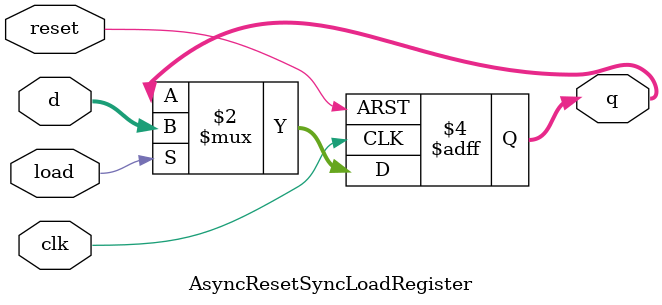
<source format=v>
module AsyncResetSyncLoadRegister
(
    input wire [3:0] d,
    input wire clk,
    input wire reset,
    input wire load,
    output reg [3:0] q
);

always @(posedge clk or posedge reset) begin
    if (reset) 
        q <= 4'b0000; // при сбросе устанавливаем значение в 0
    else if (load)
        q <= d; // при загрузке присваиваем входное значение
end

endmodule

</source>
